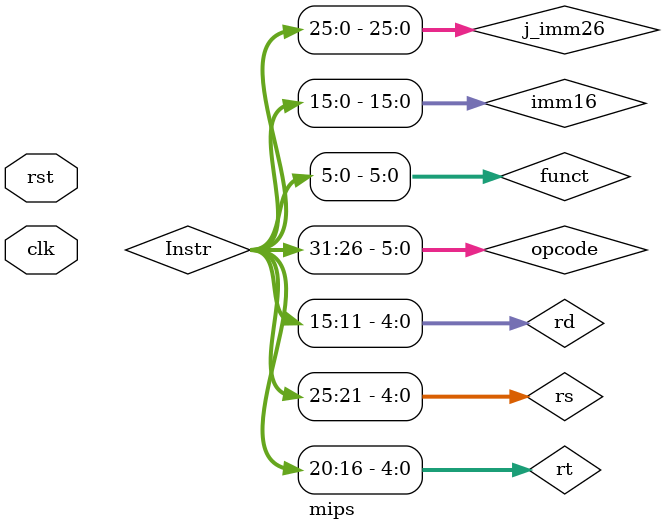
<source format=v>
module mips(clk, rst);
    input clk, rst;
    //PC
    wire [29:0] curPC, nPC;
    wire [31:0] PC32;
    //Controller
    wire [5:0] opcode, funct;
    wire overflow, BSel, GPRWr, j, jr, IRWr, PCWr, ByteSrc, nPC_sel;
    wire [1:0] GPRDst, Mem2Reg, MemWr, ExtOp;
    wire [2:0] ALUOp;
    wire [4:0] state;
    //IFU
    wire [31:0] Instr, IMout;
    wire [4:0] rs, rt, rd, rw;
    wire [25:0] j_imm26;
    wire [15:0] imm16;
    wire [9:0] addr1, addr2;
    //ALU
    wire zero;
    wire [31:0] ALUout, ALURout;
    //GPR
    wire [31:0] RD1, RD1R, B, RD2, RD2R, WD;
    //DM
    wire [31:0] DMout;
    //EXT
    wire [31:0] ext32;
    //MUX
    wire [31:0] Byteout, DMRout, DMoutF;
    
    assign opcode = Instr[31:26];
    assign funct = Instr[5:0];
    assign imm16 = Instr[15:0];
    assign j_imm26 = Instr[25:0];
    assign rs = Instr[25:21];
    assign rt = Instr[20:16];
    assign rd = Instr[15:11];

    assign addr1 = curPC[9:0];
    assign addr2 = ALURout[11:2];
    
    PC U_PC(clk, rst, nPC, curPC, PCWr);
    NPC npc(curPC, nPC_sel, zero, j, jr, j_imm26, imm16, RD1R, nPC, PC32);
    im_4k U_IM(addr1, IMout);
    GPR U_RF(clk, rst, GPRWr, rs, rt, rw, WD, RD1, RD2);
    ALU alu(RD1R, B, ALUOp, zero, overflow, ALUout);
    EXT ext(imm16, ExtOp, ext32);
    dm_4k U_DM(addr2, RD2R, MemWr, clk, ByteSrc, ALURout[1:0], DMout);
    //Control
    getState getstate(clk, rst, opcode, funct, state);
    getCtrl getctrl(state, zero, overflow, IRWr, PCWr, GPRDst, BSel, Mem2Reg, GPRWr, MemWr, nPC_sel, ExtOp, ALUOp, j, jr, ByteSrc);
    //Register
    IRreg irreg(clk, IRWr, IMout, Instr);
    Areg areg(clk, RD1, RD1R);
    Breg breg(clk, RD2, RD2R);
    DMreg dmreg(clk, DMout, DMRout);
    ALUreg alureg(clk, ALUout, ALURout);
    //MUX
    ByteSrcmux bytesrcmux(DMRout, Byteout, ByteSrc, DMoutF);
    ex_lb bytemux(DMRout, ALURout[1:0], Byteout);
    ALUmux alumux(RD2R, ext32, BSel, B);
    GPRmux gprmux(rt, rd, GPRDst, rw);
    WDmux wdmux(ALURout, DMoutF, PC32, Mem2Reg, WD);
endmodule
</source>
